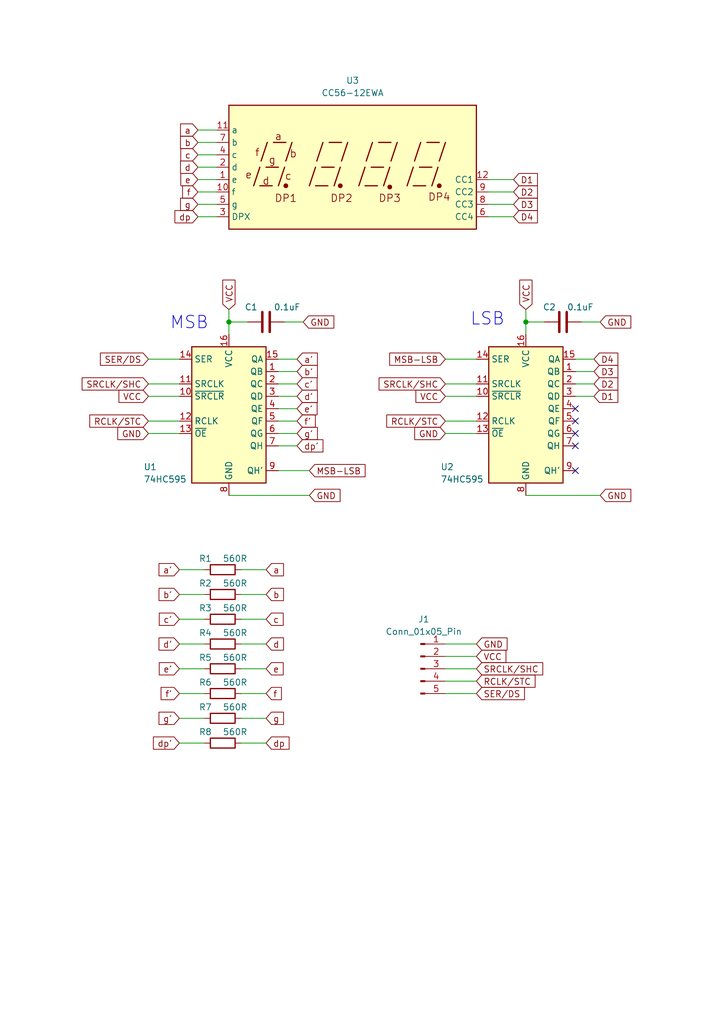
<source format=kicad_sch>
(kicad_sch (version 20231120) (generator "eeschema") (generator_version "8.0")
  (paper "A5" portrait)
  (title_block (title "Serial adapter for Cx56-12xxx display") (date "2024-03-17") (rev "1.0"))
  (lib_symbols
    (symbol "74xx:74HC595"
      (property "Reference" "U" (at -7.62 13.97 0))
      (property "Value" "74HC595" (at -7.62 -16.51 0))
      (symbol "74HC595_1_0"
        (pin tri_state line (at 10.16 7.62 180) (length 2.54) (name "QB") (number "1"))
        (pin input line (at -10.16 2.54 0) (length 2.54) (name "~{SRCLR}") (number "10"))
        (pin input line (at -10.16 5.08 0) (length 2.54) (name "SRCLK") (number "11"))
        (pin input line (at -10.16 -2.54 0) (length 2.54) (name "RCLK") (number "12"))
        (pin input line (at -10.16 -5.08 0) (length 2.54) (name "~{OE}") (number "13"))
        (pin input line (at -10.16 10.16 0) (length 2.54) (name "SER") (number "14"))
        (pin tri_state line (at 10.16 10.16 180) (length 2.54) (name "QA") (number "15"))
        (pin power_in line (at 0 15.24 270) (length 2.54) (name "VCC") (number "16"))
        (pin tri_state line (at 10.16 5.08 180) (length 2.54) (name "QC") (number "2"))
        (pin tri_state line (at 10.16 2.54 180) (length 2.54) (name "QD") (number "3"))
        (pin tri_state line (at 10.16 0 180) (length 2.54) (name "QE") (number "4"))
        (pin tri_state line (at 10.16 -2.54 180) (length 2.54) (name "QF") (number "5"))
        (pin tri_state line (at 10.16 -5.08 180) (length 2.54) (name "QG") (number "6"))
        (pin tri_state line (at 10.16 -7.62 180) (length 2.54) (name "QH") (number "7"))
        (pin power_in line (at 0 -17.78 90) (length 2.54) (name "GND") (number "8"))
        (pin output line (at 10.16 -12.7 180) (length 2.54) (name "QH'") (number "9"))
      )
      (symbol "74HC595_1_1"
        (rectangle (start -7.62 12.7) (end 7.62 -15.24) (stroke (width 0.254)) (fill (type background)))
      )
    )
    (symbol "Connector:Conn_01x05_Pin" (pin_names (offset 1.016) hide)
      (property "Reference" "J" (at 0 7.62 0))
      (property "Value" "Conn_01x05_Pin" (at 0 -7.62 0))
      (symbol "Conn_01x05_Pin_1_1"
        (polyline (pts (xy 1.27 -5.08) (xy 0.8636 -5.08)) (stroke (width 0.1524)))
        (polyline (pts (xy 1.27 -2.54) (xy 0.8636 -2.54)) (stroke (width 0.1524)))
        (polyline (pts (xy 1.27 0) (xy 0.8636 0)) (stroke (width 0.1524)))
        (polyline (pts (xy 1.27 2.54) (xy 0.8636 2.54)) (stroke (width 0.1524)))
        (polyline (pts (xy 1.27 5.08) (xy 0.8636 5.08)) (stroke (width 0.1524)))
        (rectangle (start 0.8636 -4.953) (end 0 -5.207) (stroke (width 0.1524)) (fill (type outline)))
        (rectangle (start 0.8636 -2.413) (end 0 -2.667) (stroke (width 0.1524)) (fill (type outline)))
        (rectangle (start 0.8636 0.127) (end 0 -0.127) (stroke (width 0.1524)) (fill (type outline)))
        (rectangle (start 0.8636 2.667) (end 0 2.413) (stroke (width 0.1524)) (fill (type outline)))
        (rectangle (start 0.8636 5.207) (end 0 4.953) (stroke (width 0.1524)) (fill (type outline)))
        (pin passive line (at 5.08 5.08 180) (length 3.81) (name "Pin_1") (number "1"))
        (pin passive line (at 5.08 2.54 180) (length 3.81) (name "Pin_2") (number "2"))
        (pin passive line (at 5.08 0 180) (length 3.81) (name "Pin_3") (number "3"))
        (pin passive line (at 5.08 -2.54 180) (length 3.81) (name "Pin_4") (number "4"))
        (pin passive line (at 5.08 -5.08 180) (length 3.81) (name "Pin_5") (number "5"))
      )
    )
    (symbol "Device:C" (pin_numbers hide) (pin_names (offset 0.254))
      (property "Reference" "C" (at 0.635 2.54 0))
      (property "Value" "C" (at 0.635 -2.54 0))
      (symbol "C_0_1"
        (polyline (pts (xy -2.032 -0.762) (xy 2.032 -0.762)) (stroke (width 0.508)))
        (polyline (pts (xy -2.032 0.762) (xy 2.032 0.762)) (stroke (width 0.508)))
      )
      (symbol "C_1_1"
        (pin passive line (at 0 3.81 270) (length 2.794) (name "~") (number "1"))
        (pin passive line (at 0 -3.81 90) (length 2.794) (name "~") (number "2"))
      )
    )
    (symbol "Device:R" (pin_numbers hide) (pin_names (offset 0))
      (property "Reference" "R" (at 2.032 0 90))
      (property "Value" "R" (at 0 0 90))
      (symbol "R_0_1"
        (rectangle (start -1.016 -2.54) (end 1.016 2.54) (stroke (width 0.254)))
      )
      (symbol "R_1_1"
        (pin passive line (at 0 3.81 270) (length 1.27) (name "~") (number "1"))
        (pin passive line (at 0 -3.81 90) (length 1.27) (name "~") (number "2"))
      )
    )
    (symbol "Display_Character:CC56-12EWA"
      (property "Reference" "U" (at -24.13 13.97 0))
      (property "Value" "CC56-12EWA" (at 19.05 13.97 0))
      (symbol "CC56-12EWA_0_0"
        (rectangle (start -25.4 12.7) (end 25.4 -12.7) (stroke (width 0.254)) (fill (type background)))
        (polyline (pts (xy -20.32 -3.81) (xy -19.05 0)) (stroke (width 0.254)))
        (polyline (pts (xy -19.05 -3.81) (xy -16.51 -3.81)) (stroke (width 0.254)))
        (polyline (pts (xy -18.796 1.27) (xy -17.526 5.08)) (stroke (width 0.254)))
        (polyline (pts (xy -17.78 0) (xy -15.24 0)) (stroke (width 0.254)))
        (polyline (pts (xy -16.256 5.08) (xy -13.716 5.08)) (stroke (width 0.254)))
        (polyline (pts (xy -15.24 -3.81) (xy -13.97 0)) (stroke (width 0.254)))
        (polyline (pts (xy -13.716 1.27) (xy -12.446 5.08)) (stroke (width 0.254)))
        (polyline (pts (xy -8.89 -3.81) (xy -7.62 0)) (stroke (width 0.254)))
        (polyline (pts (xy -7.62 -3.81) (xy -5.08 -3.81)) (stroke (width 0.254)))
        (polyline (pts (xy -7.366 1.27) (xy -6.096 5.08)) (stroke (width 0.254)))
        (polyline (pts (xy -6.35 0) (xy -3.81 0)) (stroke (width 0.254)))
        (polyline (pts (xy -4.826 5.08) (xy -2.286 5.08)) (stroke (width 0.254)))
        (polyline (pts (xy -3.81 -3.81) (xy -2.54 0)) (stroke (width 0.254)))
        (polyline (pts (xy -2.286 1.27) (xy -1.016 5.08)) (stroke (width 0.254)))
        (polyline (pts (xy 1.27 -3.81) (xy 2.54 0)) (stroke (width 0.254)))
        (polyline (pts (xy 2.54 -3.81) (xy 5.08 -3.81)) (stroke (width 0.254)))
        (polyline (pts (xy 2.794 1.27) (xy 4.064 5.08)) (stroke (width 0.254)))
        (polyline (pts (xy 3.81 0) (xy 6.35 0)) (stroke (width 0.254)))
        (polyline (pts (xy 5.334 5.08) (xy 7.874 5.08)) (stroke (width 0.254)))
        (polyline (pts (xy 6.35 -3.81) (xy 7.62 0)) (stroke (width 0.254)))
        (polyline (pts (xy 7.874 1.27) (xy 9.144 5.08)) (stroke (width 0.254)))
        (polyline (pts (xy 11.176 -3.81) (xy 12.446 0)) (stroke (width 0.254)))
        (polyline (pts (xy 12.446 -3.81) (xy 14.986 -3.81)) (stroke (width 0.254)))
        (polyline (pts (xy 12.7 1.27) (xy 13.97 5.08)) (stroke (width 0.254)))
        (polyline (pts (xy 13.716 0) (xy 16.256 0)) (stroke (width 0.254)))
        (polyline (pts (xy 15.24 5.08) (xy 17.78 5.08)) (stroke (width 0.254)))
        (polyline (pts (xy 16.256 -3.81) (xy 17.526 0)) (stroke (width 0.254)))
        (polyline (pts (xy 17.78 1.27) (xy 19.05 5.08)) (stroke (width 0.254)))
        (text "a" (at -15.24 6.35 0) (effects (font (size 1.524 1.524))))
        (text "b" (at -12.192 2.794 0) (effects (font (size 1.524 1.524))))
        (text "c" (at -13.208 -1.778 0) (effects (font (size 1.524 1.524))))
        (text "d" (at -17.78 -2.794 0) (effects (font (size 1.524 1.524))))
        (text "DP1" (at -13.716 -6.35 0) (effects (font (size 1.524 1.524))))
        (text "DP2" (at -2.286 -6.35 0) (effects (font (size 1.524 1.524))))
        (text "DP3" (at 7.62 -6.35 0) (effects (font (size 1.524 1.524))))
        (text "DP4" (at 17.78 -6.096 0) (effects (font (size 1.524 1.524))))
        (text "e" (at -21.336 -1.524 0) (effects (font (size 1.524 1.524))))
        (text "f" (at -19.558 3.048 0) (effects (font (size 1.524 1.524))))
        (text "g" (at -16.51 1.524 0) (effects (font (size 1.524 1.524))))
      )
      (symbol "CC56-12EWA_0_1"
        (circle (center -13.716 -3.81) (radius 0.3556) (stroke (width 0.254)) (fill (type outline)))
        (circle (center -2.54 -3.81) (radius 0.3556) (stroke (width 0.254)) (fill (type outline)))
      )
      (symbol "CC56-12EWA_1_0"
        (circle (center 7.62 -4.064) (radius 0.3556) (stroke (width 0.254)) (fill (type outline)))
        (circle (center 17.78 -3.81) (radius 0.3556) (stroke (width 0.254)) (fill (type outline)))
      )
      (symbol "CC56-12EWA_1_1"
        (pin input line (at -27.94 -2.54 0) (length 2.54) (name "e") (number "1"))
        (pin input line (at -27.94 -5.08 0) (length 2.54) (name "f") (number "10"))
        (pin input line (at -27.94 7.62 0) (length 2.54) (name "a") (number "11"))
        (pin input line (at 27.94 -2.54 180) (length 2.54) (name "CC1") (number "12"))
        (pin input line (at -27.94 0 0) (length 2.54) (name "d") (number "2"))
        (pin input line (at -27.94 -10.16 0) (length 2.54) (name "DPX") (number "3"))
        (pin input line (at -27.94 2.54 0) (length 2.54) (name "c") (number "4"))
        (pin input line (at -27.94 -7.62 0) (length 2.54) (name "g") (number "5"))
        (pin input line (at 27.94 -10.16 180) (length 2.54) (name "CC4") (number "6"))
        (pin input line (at -27.94 5.08 0) (length 2.54) (name "b") (number "7"))
        (pin input line (at 27.94 -7.62 180) (length 2.54) (name "CC3") (number "8"))
        (pin input line (at 27.94 -5.08 180) (length 2.54) (name "CC2") (number "9"))
      )
    )
  )
  (junction (at 107.95 66.04))
  (junction (at 46.99 66.04))
  (no_connect (at 118.11 91.44))
  (no_connect (at 118.11 86.36))
  (no_connect (at 118.11 83.82))
  (no_connect (at 118.11 96.52))
  (no_connect (at 118.11 88.9))
  (wire (pts (xy 118.11 73.66) (xy 121.92 73.66)))
  (wire (pts (xy 49.53 152.4) (xy 54.61 152.4)))
  (wire (pts (xy 36.83 116.84) (xy 41.91 116.84)))
  (wire (pts (xy 57.15 76.2) (xy 60.96 76.2)))
  (wire (pts (xy 100.33 36.83) (xy 105.41 36.83)))
  (wire (pts (xy 57.15 73.66) (xy 60.96 73.66)))
  (wire (pts (xy 30.48 81.28) (xy 36.83 81.28)))
  (wire (pts (xy 40.64 31.75) (xy 44.45 31.75)))
  (wire (pts (xy 40.64 34.29) (xy 44.45 34.29)))
  (wire (pts (xy 57.15 88.9) (xy 60.96 88.9)))
  (wire (pts (xy 30.48 86.36) (xy 36.83 86.36)))
  (wire (pts (xy 91.44 137.16) (xy 97.79 137.16)))
  (wire (pts (xy 107.95 63.5) (xy 107.95 66.04)))
  (wire (pts (xy 40.64 41.91) (xy 44.45 41.91)))
  (wire (pts (xy 100.33 39.37) (xy 105.41 39.37)))
  (wire (pts (xy 118.11 81.28) (xy 121.92 81.28)))
  (wire (pts (xy 91.44 88.9) (xy 97.79 88.9)))
  (wire (pts (xy 118.11 76.2) (xy 121.92 76.2)))
  (wire (pts (xy 36.83 127) (xy 41.91 127)))
  (wire (pts (xy 91.44 132.08) (xy 97.79 132.08)))
  (wire (pts (xy 49.53 137.16) (xy 54.61 137.16)))
  (wire (pts (xy 57.15 86.36) (xy 60.96 86.36)))
  (wire (pts (xy 91.44 139.7) (xy 97.79 139.7)))
  (wire (pts (xy 49.53 121.92) (xy 54.61 121.92)))
  (wire (pts (xy 49.53 147.32) (xy 54.61 147.32)))
  (wire (pts (xy 63.5 101.6) (xy 46.99 101.6)))
  (wire (pts (xy 119.38 66.04) (xy 123.19 66.04)))
  (wire (pts (xy 91.44 134.62) (xy 97.79 134.62)))
  (wire (pts (xy 40.64 39.37) (xy 44.45 39.37)))
  (wire (pts (xy 57.15 78.74) (xy 60.96 78.74)))
  (wire (pts (xy 100.33 41.91) (xy 105.41 41.91)))
  (wire (pts (xy 123.19 101.6) (xy 107.95 101.6)))
  (wire (pts (xy 91.44 73.66) (xy 97.79 73.66)))
  (wire (pts (xy 91.44 78.74) (xy 97.79 78.74)))
  (wire (pts (xy 30.48 78.74) (xy 36.83 78.74)))
  (wire (pts (xy 57.15 96.52) (xy 63.5 96.52)))
  (wire (pts (xy 49.53 116.84) (xy 54.61 116.84)))
  (wire (pts (xy 91.44 86.36) (xy 97.79 86.36)))
  (wire (pts (xy 57.15 91.44) (xy 60.96 91.44)))
  (wire (pts (xy 107.95 66.04) (xy 107.95 68.58)))
  (wire (pts (xy 36.83 142.24) (xy 41.91 142.24)))
  (wire (pts (xy 58.42 66.04) (xy 62.23 66.04)))
  (wire (pts (xy 49.53 142.24) (xy 54.61 142.24)))
  (wire (pts (xy 100.33 44.45) (xy 105.41 44.45)))
  (wire (pts (xy 46.99 66.04) (xy 50.8 66.04)))
  (wire (pts (xy 36.83 137.16) (xy 41.91 137.16)))
  (wire (pts (xy 91.44 142.24) (xy 97.79 142.24)))
  (wire (pts (xy 57.15 81.28) (xy 60.96 81.28)))
  (wire (pts (xy 30.48 88.9) (xy 36.83 88.9)))
  (wire (pts (xy 40.64 36.83) (xy 44.45 36.83)))
  (wire (pts (xy 40.64 26.67) (xy 44.45 26.67)))
  (wire (pts (xy 46.99 66.04) (xy 46.99 68.58)))
  (wire (pts (xy 118.11 78.74) (xy 121.92 78.74)))
  (wire (pts (xy 36.83 121.92) (xy 41.91 121.92)))
  (wire (pts (xy 36.83 132.08) (xy 41.91 132.08)))
  (wire (pts (xy 30.48 73.66) (xy 36.83 73.66)))
  (wire (pts (xy 107.95 66.04) (xy 111.76 66.04)))
  (wire (pts (xy 49.53 132.08) (xy 54.61 132.08)))
  (wire (pts (xy 49.53 127) (xy 54.61 127)))
  (wire (pts (xy 46.99 63.5) (xy 46.99 66.04)))
  (wire (pts (xy 36.83 147.32) (xy 41.91 147.32)))
  (wire (pts (xy 36.83 152.4) (xy 41.91 152.4)))
  (wire (pts (xy 91.44 81.28) (xy 97.79 81.28)))
  (wire (pts (xy 57.15 83.82) (xy 60.96 83.82)))
  (wire (pts (xy 40.64 44.45) (xy 44.45 44.45)))
  (wire (pts (xy 40.64 29.21) (xy 44.45 29.21)))
  (text "MSB" (at 38.862 66.294 0) (effects (font (size 2.54 2.54))))
  (text "LSB" (at 100.076 65.532 0) (effects (font (size 2.54 2.54))))
  (global_label "D4" (shape input) (at 121.92 73.66 0) (property "Intersheetrefs" "${INTERSHEET_REFS}" (effects (hide yes))))
  (global_label "SRCLK{slash}SHC" (shape input) (at 30.48 78.74 180) (property "Intersheetrefs" "${INTERSHEET_REFS}" (effects (hide yes))))
  (global_label "D2" (shape input) (at 105.41 39.37 0) (property "Intersheetrefs" "${INTERSHEET_REFS}" (effects (hide yes))))
  (global_label "GND" (shape input) (at 123.19 66.04 0) (property "Intersheetrefs" "${INTERSHEET_REFS}" (effects (hide yes))))
  (global_label "f" (shape input) (at 40.64 39.37 180) (property "Intersheetrefs" "${INTERSHEET_REFS}" (effects (hide yes))))
  (global_label "g'" (shape input) (at 60.96 88.9 0) (property "Intersheetrefs" "${INTERSHEET_REFS}" (effects (hide yes))))
  (global_label "c'" (shape input) (at 60.96 78.74 0) (property "Intersheetrefs" "${INTERSHEET_REFS}" (effects (hide yes))))
  (global_label "VCC" (shape input) (at 107.95 63.5 90) (property "Intersheetrefs" "${INTERSHEET_REFS}" (effects (hide yes))))
  (global_label "SRCLK{slash}SHC" (shape input) (at 91.44 78.74 180) (property "Intersheetrefs" "${INTERSHEET_REFS}" (effects (hide yes))))
  (global_label "a" (shape input) (at 54.61 116.84 0) (property "Intersheetrefs" "${INTERSHEET_REFS}" (effects (hide yes))))
  (global_label "VCC" (shape input) (at 30.48 81.28 180) (property "Intersheetrefs" "${INTERSHEET_REFS}" (effects (hide yes))))
  (global_label "d'" (shape input) (at 60.96 81.28 0) (property "Intersheetrefs" "${INTERSHEET_REFS}" (effects (hide yes))))
  (global_label "MSB-LSB" (shape input) (at 63.5 96.52 0) (property "Intersheetrefs" "${INTERSHEET_REFS}" (effects (hide yes))))
  (global_label "e'" (shape input) (at 36.83 137.16 180) (property "Intersheetrefs" "${INTERSHEET_REFS}" (effects (hide yes))))
  (global_label "GND" (shape input) (at 123.19 101.6 0) (property "Intersheetrefs" "${INTERSHEET_REFS}" (effects (hide yes))))
  (global_label "RCLK{slash}STC" (shape input) (at 30.48 86.36 180) (property "Intersheetrefs" "${INTERSHEET_REFS}" (effects (hide yes))))
  (global_label "SRCLK{slash}SHC" (shape input) (at 97.79 137.16 0) (property "Intersheetrefs" "${INTERSHEET_REFS}" (effects (hide yes))))
  (global_label "g" (shape input) (at 40.64 41.91 180) (property "Intersheetrefs" "${INTERSHEET_REFS}" (effects (hide yes))))
  (global_label "GND" (shape input) (at 97.79 132.08 0) (property "Intersheetrefs" "${INTERSHEET_REFS}" (effects (hide yes))))
  (global_label "RCLK{slash}STC" (shape input) (at 91.44 86.36 180) (property "Intersheetrefs" "${INTERSHEET_REFS}" (effects (hide yes))))
  (global_label "D2" (shape input) (at 121.92 78.74 0) (property "Intersheetrefs" "${INTERSHEET_REFS}" (effects (hide yes))))
  (global_label "dp'" (shape input) (at 60.96 91.44 0) (property "Intersheetrefs" "${INTERSHEET_REFS}" (effects (hide yes))))
  (global_label "dp" (shape input) (at 40.64 44.45 180) (property "Intersheetrefs" "${INTERSHEET_REFS}" (effects (hide yes))))
  (global_label "b" (shape input) (at 54.61 121.92 0) (property "Intersheetrefs" "${INTERSHEET_REFS}" (effects (hide yes))))
  (global_label "VCC" (shape input) (at 46.99 63.5 90) (property "Intersheetrefs" "${INTERSHEET_REFS}" (effects (hide yes))))
  (global_label "VCC" (shape input) (at 97.79 134.62 0) (property "Intersheetrefs" "${INTERSHEET_REFS}" (effects (hide yes))))
  (global_label "a'" (shape input) (at 60.96 73.66 0) (property "Intersheetrefs" "${INTERSHEET_REFS}" (effects (hide yes))))
  (global_label "GND" (shape input) (at 63.5 101.6 0) (property "Intersheetrefs" "${INTERSHEET_REFS}" (effects (hide yes))))
  (global_label "GND" (shape input) (at 91.44 88.9 180) (property "Intersheetrefs" "${INTERSHEET_REFS}" (effects (hide yes))))
  (global_label "GND" (shape input) (at 30.48 88.9 180) (property "Intersheetrefs" "${INTERSHEET_REFS}" (effects (hide yes))))
  (global_label "D1" (shape input) (at 105.41 36.83 0) (property "Intersheetrefs" "${INTERSHEET_REFS}" (effects (hide yes))))
  (global_label "b" (shape input) (at 40.64 29.21 180) (property "Intersheetrefs" "${INTERSHEET_REFS}" (effects (hide yes))))
  (global_label "D3" (shape input) (at 121.92 76.2 0) (property "Intersheetrefs" "${INTERSHEET_REFS}" (effects (hide yes))))
  (global_label "e" (shape input) (at 54.61 137.16 0) (property "Intersheetrefs" "${INTERSHEET_REFS}" (effects (hide yes))))
  (global_label "f'" (shape input) (at 60.96 86.36 0) (property "Intersheetrefs" "${INTERSHEET_REFS}" (effects (hide yes))))
  (global_label "g" (shape input) (at 54.61 147.32 0) (property "Intersheetrefs" "${INTERSHEET_REFS}" (effects (hide yes))))
  (global_label "D4" (shape input) (at 105.41 44.45 0) (property "Intersheetrefs" "${INTERSHEET_REFS}" (effects (hide yes))))
  (global_label "SER{slash}DS" (shape input) (at 30.48 73.66 180) (property "Intersheetrefs" "${INTERSHEET_REFS}" (effects (hide yes))))
  (global_label "dp'" (shape input) (at 36.83 152.4 180) (property "Intersheetrefs" "${INTERSHEET_REFS}" (effects (hide yes))))
  (global_label "d" (shape input) (at 54.61 132.08 0) (property "Intersheetrefs" "${INTERSHEET_REFS}" (effects (hide yes))))
  (global_label "GND" (shape input) (at 62.23 66.04 0) (property "Intersheetrefs" "${INTERSHEET_REFS}" (effects (hide yes))))
  (global_label "c'" (shape input) (at 36.83 127 180) (property "Intersheetrefs" "${INTERSHEET_REFS}" (effects (hide yes))))
  (global_label "d'" (shape input) (at 36.83 132.08 180) (property "Intersheetrefs" "${INTERSHEET_REFS}" (effects (hide yes))))
  (global_label "g'" (shape input) (at 36.83 147.32 180) (property "Intersheetrefs" "${INTERSHEET_REFS}" (effects (hide yes))))
  (global_label "VCC" (shape input) (at 91.44 81.28 180) (property "Intersheetrefs" "${INTERSHEET_REFS}" (effects (hide yes))))
  (global_label "e" (shape input) (at 40.64 36.83 180) (property "Intersheetrefs" "${INTERSHEET_REFS}" (effects (hide yes))))
  (global_label "a'" (shape input) (at 36.83 116.84 180) (property "Intersheetrefs" "${INTERSHEET_REFS}" (effects (hide yes))))
  (global_label "D3" (shape input) (at 105.41 41.91 0) (property "Intersheetrefs" "${INTERSHEET_REFS}" (effects (hide yes))))
  (global_label "f" (shape input) (at 54.61 142.24 0) (property "Intersheetrefs" "${INTERSHEET_REFS}" (effects (hide yes))))
  (global_label "c" (shape input) (at 54.61 127 0) (property "Intersheetrefs" "${INTERSHEET_REFS}" (effects (hide yes))))
  (global_label "MSB-LSB" (shape input) (at 91.44 73.66 180) (property "Intersheetrefs" "${INTERSHEET_REFS}" (effects (hide yes))))
  (global_label "e'" (shape input) (at 60.96 83.82 0) (property "Intersheetrefs" "${INTERSHEET_REFS}" (effects (hide yes))))
  (global_label "f'" (shape input) (at 36.83 142.24 180) (property "Intersheetrefs" "${INTERSHEET_REFS}" (effects (hide yes))))
  (global_label "SER{slash}DS" (shape input) (at 97.79 142.24 0) (property "Intersheetrefs" "${INTERSHEET_REFS}" (effects (hide yes))))
  (global_label "D1" (shape input) (at 121.92 81.28 0) (property "Intersheetrefs" "${INTERSHEET_REFS}" (effects (hide yes))))
  (global_label "b'" (shape input) (at 60.96 76.2 0) (property "Intersheetrefs" "${INTERSHEET_REFS}" (effects (hide yes))))
  (global_label "a" (shape input) (at 40.64 26.67 180) (property "Intersheetrefs" "${INTERSHEET_REFS}" (effects (hide yes))))
  (global_label "b'" (shape input) (at 36.83 121.92 180) (property "Intersheetrefs" "${INTERSHEET_REFS}" (effects (hide yes))))
  (global_label "c" (shape input) (at 40.64 31.75 180) (property "Intersheetrefs" "${INTERSHEET_REFS}" (effects (hide yes))))
  (global_label "d" (shape input) (at 40.64 34.29 180) (property "Intersheetrefs" "${INTERSHEET_REFS}" (effects (hide yes))))
  (global_label "dp" (shape input) (at 54.61 152.4 0) (property "Intersheetrefs" "${INTERSHEET_REFS}" (effects (hide yes))))
  (global_label "RCLK{slash}STC" (shape input) (at 97.79 139.7 0) (property "Intersheetrefs" "${INTERSHEET_REFS}" (effects (hide yes))))
  (symbol (lib_id "Device:R") (at 45.72 132.08 270) (unit 1)
    (property "Reference" "R4" (at 42.164 129.794 90))
    (property "Value" "560R" (at 48.26 129.794 90))
    (property "Footprint" "Resistor_SMD:R_0805_2012Metric_Pad1.20x1.40mm_HandSolder" (effects (hide yes)))
    (property "Description" "Resistor" (effects (hide yes)))
  )
  (symbol (lib_id "Device:C") (at 115.57 66.04 90) (unit 1)
    (property "Reference" "C2" (at 112.776 62.992 90))
    (property "Value" "0.1uF" (at 119.126 62.992 90))
    (property "Footprint" "Capacitor_SMD:C_0805_2012Metric_Pad1.18x1.45mm_HandSolder" (effects (hide yes)))
    (property "Description" "Unpolarized capacitor" (effects (hide yes)))
  )
  (symbol (lib_id "Device:R") (at 45.72 152.4 270) (unit 1)
    (property "Reference" "R8" (at 42.164 150.114 90))
    (property "Value" "560R" (at 48.26 150.114 90))
    (property "Footprint" "Resistor_SMD:R_0805_2012Metric_Pad1.20x1.40mm_HandSolder" (effects (hide yes)))
    (property "Description" "Resistor" (effects (hide yes)))
  )
  (symbol (lib_id "Device:R") (at 45.72 121.92 270) (unit 1)
    (property "Reference" "R2" (at 42.164 119.634 90))
    (property "Value" "560R" (at 48.26 119.634 90))
    (property "Footprint" "Resistor_SMD:R_0805_2012Metric_Pad1.20x1.40mm_HandSolder" (effects (hide yes)))
    (property "Description" "Resistor" (effects (hide yes)))
  )
  (symbol (lib_id "74xx:74HC595") (at 46.99 83.82 0) (unit 1)
    (property "Reference" "U1" (at 29.464 95.758 0) (effects (justify left)))
    (property "Value" "74HC595" (at 29.464 98.298 0) (effects (justify left)))
    (property "Footprint" "Package_SO:SOP-16_3.9x9.9mm_P1.27mm" (effects (hide yes)))
    (property "Datasheet" "http://www.ti.com/lit/ds/symlink/sn74hc595.pdf" (effects (hide yes)))
    (property "Description" "8-bit serial in/out Shift Register 3-State Outputs" (effects (hide yes)))
  )
  (symbol (lib_id "Device:R") (at 45.72 127 270) (unit 1)
    (property "Reference" "R3" (at 42.164 124.714 90))
    (property "Value" "560R" (at 48.26 124.714 90))
    (property "Footprint" "Resistor_SMD:R_0805_2012Metric_Pad1.20x1.40mm_HandSolder" (effects (hide yes)))
    (property "Description" "Resistor" (effects (hide yes)))
  )
  (symbol (lib_id "Connector:Conn_01x05_Pin") (at 86.36 137.16 0) (unit 1)
    (property "Reference" "J1" (at 86.995 127 0))
    (property "Value" "Conn_01x05_Pin" (at 86.995 129.54 0))
    (property "Footprint" "Connector_PinHeader_2.54mm:PinHeader_1x05_P2.54mm_Horizontal" (effects (hide yes)))
    (property "Description" "Generic connector, single row, 01x05, script generated" (effects (hide yes)))
  )
  (symbol (lib_id "Device:R") (at 45.72 116.84 270) (unit 1)
    (property "Reference" "R1" (at 42.164 114.554 90))
    (property "Value" "560R" (at 48.26 114.554 90))
    (property "Footprint" "Resistor_SMD:R_0805_2012Metric_Pad1.20x1.40mm_HandSolder" (effects (hide yes)))
    (property "Description" "Resistor" (effects (hide yes)))
  )
  (symbol (lib_id "Device:C") (at 54.61 66.04 90) (unit 1)
    (property "Reference" "C1" (at 51.562 62.992 90))
    (property "Value" "0.1uF" (at 58.928 62.992 90))
    (property "Footprint" "Capacitor_SMD:C_0805_2012Metric_Pad1.18x1.45mm_HandSolder" (effects (hide yes)))
    (property "Description" "Unpolarized capacitor" (effects (hide yes)))
  )
  (symbol (lib_id "Device:R") (at 45.72 142.24 270) (unit 1)
    (property "Reference" "R6" (at 42.164 139.954 90))
    (property "Value" "560R" (at 48.26 139.954 90))
    (property "Footprint" "Resistor_SMD:R_0805_2012Metric_Pad1.20x1.40mm_HandSolder" (effects (hide yes)))
    (property "Description" "Resistor" (effects (hide yes)))
  )
  (symbol (lib_id "Display_Character:CC56-12EWA") (at 72.39 34.29 0) (unit 1)
    (property "Reference" "U3" (at 72.39 16.51 0))
    (property "Value" "CC56-12EWA" (at 72.39 19.05 0))
    (property "Footprint" "Display_7Segment:CA56-12EWA" (effects (hide yes)))
    (property "Datasheet" "http://www.kingbrightusa.com/images/catalog/SPEC/CA56-12EWA.pdf" (effects (hide yes)))
    (property "Description" "4 digit 7 segment high efficiency red LED, common cathode" (effects (hide yes)))
  )
  (symbol (lib_id "74xx:74HC595") (at 107.95 83.82 0) (unit 1)
    (property "Reference" "U2" (at 90.424 95.758 0) (effects (justify left)))
    (property "Value" "74HC595" (at 90.424 98.298 0) (effects (justify left)))
    (property "Footprint" "Package_SO:SOP-16_3.9x9.9mm_P1.27mm" (effects (hide yes)))
    (property "Datasheet" "http://www.ti.com/lit/ds/symlink/sn74hc595.pdf" (effects (hide yes)))
    (property "Description" "8-bit serial in/out Shift Register 3-State Outputs" (effects (hide yes)))
  )
  (symbol (lib_id "Device:R") (at 45.72 137.16 270) (unit 1)
    (property "Reference" "R5" (at 42.164 134.874 90))
    (property "Value" "560R" (at 48.26 134.874 90))
    (property "Footprint" "Resistor_SMD:R_0805_2012Metric_Pad1.20x1.40mm_HandSolder" (effects (hide yes)))
    (property "Description" "Resistor" (effects (hide yes)))
  )
  (symbol (lib_id "Device:R") (at 45.72 147.32 270) (unit 1)
    (property "Reference" "R7" (at 42.164 145.034 90))
    (property "Value" "560R" (at 48.26 145.034 90))
    (property "Footprint" "Resistor_SMD:R_0805_2012Metric_Pad1.20x1.40mm_HandSolder" (effects (hide yes)))
    (property "Description" "Resistor" (effects (hide yes)))
  )
)
</source>
